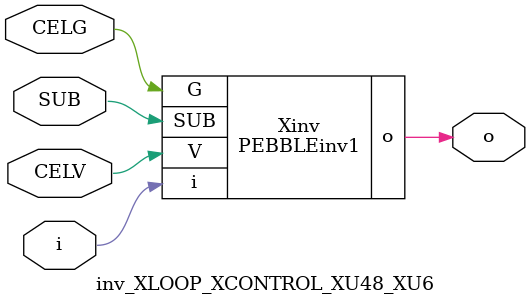
<source format=v>



module PEBBLEinv1 ( o, G, SUB, V, i );

  input V;
  input i;
  input G;
  output o;
  input SUB;
endmodule

//Celera Confidential Do Not Copy inv_XLOOP_XCONTROL_XU48_XU6
//Celera Confidential Symbol Generator
//5V Inverter
module inv_XLOOP_XCONTROL_XU48_XU6 (CELV,CELG,i,o,SUB);
input CELV;
input CELG;
input i;
input SUB;
output o;

//Celera Confidential Do Not Copy inv
PEBBLEinv1 Xinv(
.V (CELV),
.i (i),
.o (o),
.SUB (SUB),
.G (CELG)
);
//,diesize,PEBBLEinv1

//Celera Confidential Do Not Copy Module End
//Celera Schematic Generator
endmodule

</source>
